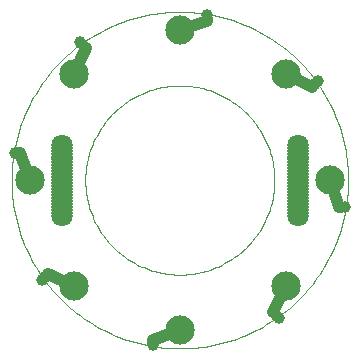
<source format=gtl>
G75*
%MOIN*%
%OFA0B0*%
%FSLAX25Y25*%
%IPPOS*%
%LPD*%
%AMOC8*
5,1,8,0,0,1.08239X$1,22.5*
%
%ADD10C,0.00039*%
%ADD11C,0.07087*%
%ADD12C,0.09744*%
%ADD13C,0.03962*%
%ADD14C,0.04000*%
D10*
X0018337Y0048357D02*
X0018337Y0071979D01*
X0018339Y0072077D01*
X0018345Y0072175D01*
X0018354Y0072272D01*
X0018368Y0072369D01*
X0018385Y0072465D01*
X0018407Y0072561D01*
X0018432Y0072655D01*
X0018460Y0072749D01*
X0018493Y0072841D01*
X0018529Y0072932D01*
X0018569Y0073022D01*
X0018612Y0073109D01*
X0018659Y0073195D01*
X0018709Y0073279D01*
X0018762Y0073361D01*
X0018819Y0073441D01*
X0018878Y0073519D01*
X0018941Y0073594D01*
X0019007Y0073667D01*
X0019075Y0073736D01*
X0019146Y0073804D01*
X0019220Y0073868D01*
X0019297Y0073929D01*
X0019375Y0073987D01*
X0019456Y0074042D01*
X0019539Y0074094D01*
X0019624Y0074142D01*
X0019711Y0074187D01*
X0019800Y0074229D01*
X0019890Y0074266D01*
X0019982Y0074301D01*
X0020075Y0074331D01*
X0020169Y0074358D01*
X0020264Y0074381D01*
X0020360Y0074401D01*
X0020457Y0074416D01*
X0020554Y0074428D01*
X0020651Y0074436D01*
X0020749Y0074440D01*
X0020847Y0074440D01*
X0020945Y0074436D01*
X0021042Y0074428D01*
X0021139Y0074416D01*
X0021236Y0074401D01*
X0021332Y0074381D01*
X0021427Y0074358D01*
X0021521Y0074331D01*
X0021614Y0074301D01*
X0021706Y0074266D01*
X0021796Y0074229D01*
X0021885Y0074187D01*
X0021972Y0074142D01*
X0022057Y0074094D01*
X0022140Y0074042D01*
X0022221Y0073987D01*
X0022299Y0073929D01*
X0022376Y0073868D01*
X0022450Y0073804D01*
X0022521Y0073736D01*
X0022589Y0073667D01*
X0022655Y0073594D01*
X0022718Y0073519D01*
X0022777Y0073441D01*
X0022834Y0073361D01*
X0022887Y0073279D01*
X0022937Y0073195D01*
X0022984Y0073109D01*
X0023027Y0073022D01*
X0023067Y0072932D01*
X0023103Y0072841D01*
X0023136Y0072749D01*
X0023164Y0072655D01*
X0023189Y0072561D01*
X0023211Y0072465D01*
X0023228Y0072369D01*
X0023242Y0072272D01*
X0023251Y0072175D01*
X0023257Y0072077D01*
X0023259Y0071979D01*
X0023259Y0048357D01*
X0023257Y0048259D01*
X0023251Y0048161D01*
X0023242Y0048064D01*
X0023228Y0047967D01*
X0023211Y0047871D01*
X0023189Y0047775D01*
X0023164Y0047681D01*
X0023136Y0047587D01*
X0023103Y0047495D01*
X0023067Y0047404D01*
X0023027Y0047314D01*
X0022984Y0047227D01*
X0022937Y0047141D01*
X0022887Y0047057D01*
X0022834Y0046975D01*
X0022777Y0046895D01*
X0022718Y0046817D01*
X0022655Y0046742D01*
X0022589Y0046669D01*
X0022521Y0046600D01*
X0022450Y0046532D01*
X0022376Y0046468D01*
X0022299Y0046407D01*
X0022221Y0046349D01*
X0022140Y0046294D01*
X0022057Y0046242D01*
X0021972Y0046194D01*
X0021885Y0046149D01*
X0021796Y0046107D01*
X0021706Y0046070D01*
X0021614Y0046035D01*
X0021521Y0046005D01*
X0021427Y0045978D01*
X0021332Y0045955D01*
X0021236Y0045935D01*
X0021139Y0045920D01*
X0021042Y0045908D01*
X0020945Y0045900D01*
X0020847Y0045896D01*
X0020749Y0045896D01*
X0020651Y0045900D01*
X0020554Y0045908D01*
X0020457Y0045920D01*
X0020360Y0045935D01*
X0020264Y0045955D01*
X0020169Y0045978D01*
X0020075Y0046005D01*
X0019982Y0046035D01*
X0019890Y0046070D01*
X0019800Y0046107D01*
X0019711Y0046149D01*
X0019624Y0046194D01*
X0019539Y0046242D01*
X0019456Y0046294D01*
X0019375Y0046349D01*
X0019297Y0046407D01*
X0019220Y0046468D01*
X0019146Y0046532D01*
X0019075Y0046600D01*
X0019007Y0046669D01*
X0018941Y0046742D01*
X0018878Y0046817D01*
X0018819Y0046895D01*
X0018762Y0046975D01*
X0018709Y0047057D01*
X0018659Y0047141D01*
X0018612Y0047227D01*
X0018569Y0047314D01*
X0018529Y0047404D01*
X0018493Y0047495D01*
X0018460Y0047587D01*
X0018432Y0047681D01*
X0018407Y0047775D01*
X0018385Y0047871D01*
X0018368Y0047967D01*
X0018354Y0048064D01*
X0018345Y0048161D01*
X0018339Y0048259D01*
X0018337Y0048357D01*
X0028672Y0060168D02*
X0028681Y0060941D01*
X0028710Y0061713D01*
X0028757Y0062485D01*
X0028824Y0063255D01*
X0028909Y0064023D01*
X0029013Y0064789D01*
X0029136Y0065553D01*
X0029277Y0066313D01*
X0029437Y0067069D01*
X0029616Y0067821D01*
X0029813Y0068568D01*
X0030028Y0069311D01*
X0030262Y0070048D01*
X0030513Y0070779D01*
X0030782Y0071503D01*
X0031069Y0072221D01*
X0031374Y0072931D01*
X0031696Y0073634D01*
X0032035Y0074329D01*
X0032391Y0075015D01*
X0032764Y0075692D01*
X0033153Y0076360D01*
X0033558Y0077018D01*
X0033980Y0077666D01*
X0034417Y0078304D01*
X0034870Y0078930D01*
X0035338Y0079545D01*
X0035821Y0080149D01*
X0036319Y0080740D01*
X0036831Y0081319D01*
X0037357Y0081886D01*
X0037897Y0082439D01*
X0038450Y0082979D01*
X0039017Y0083505D01*
X0039596Y0084017D01*
X0040187Y0084515D01*
X0040791Y0084998D01*
X0041406Y0085466D01*
X0042032Y0085919D01*
X0042670Y0086356D01*
X0043318Y0086778D01*
X0043976Y0087183D01*
X0044644Y0087572D01*
X0045321Y0087945D01*
X0046007Y0088301D01*
X0046702Y0088640D01*
X0047405Y0088962D01*
X0048115Y0089267D01*
X0048833Y0089554D01*
X0049557Y0089823D01*
X0050288Y0090074D01*
X0051025Y0090308D01*
X0051768Y0090523D01*
X0052515Y0090720D01*
X0053267Y0090899D01*
X0054023Y0091059D01*
X0054783Y0091200D01*
X0055547Y0091323D01*
X0056313Y0091427D01*
X0057081Y0091512D01*
X0057851Y0091579D01*
X0058623Y0091626D01*
X0059395Y0091655D01*
X0060168Y0091664D01*
X0060941Y0091655D01*
X0061713Y0091626D01*
X0062485Y0091579D01*
X0063255Y0091512D01*
X0064023Y0091427D01*
X0064789Y0091323D01*
X0065553Y0091200D01*
X0066313Y0091059D01*
X0067069Y0090899D01*
X0067821Y0090720D01*
X0068568Y0090523D01*
X0069311Y0090308D01*
X0070048Y0090074D01*
X0070779Y0089823D01*
X0071503Y0089554D01*
X0072221Y0089267D01*
X0072931Y0088962D01*
X0073634Y0088640D01*
X0074329Y0088301D01*
X0075015Y0087945D01*
X0075692Y0087572D01*
X0076360Y0087183D01*
X0077018Y0086778D01*
X0077666Y0086356D01*
X0078304Y0085919D01*
X0078930Y0085466D01*
X0079545Y0084998D01*
X0080149Y0084515D01*
X0080740Y0084017D01*
X0081319Y0083505D01*
X0081886Y0082979D01*
X0082439Y0082439D01*
X0082979Y0081886D01*
X0083505Y0081319D01*
X0084017Y0080740D01*
X0084515Y0080149D01*
X0084998Y0079545D01*
X0085466Y0078930D01*
X0085919Y0078304D01*
X0086356Y0077666D01*
X0086778Y0077018D01*
X0087183Y0076360D01*
X0087572Y0075692D01*
X0087945Y0075015D01*
X0088301Y0074329D01*
X0088640Y0073634D01*
X0088962Y0072931D01*
X0089267Y0072221D01*
X0089554Y0071503D01*
X0089823Y0070779D01*
X0090074Y0070048D01*
X0090308Y0069311D01*
X0090523Y0068568D01*
X0090720Y0067821D01*
X0090899Y0067069D01*
X0091059Y0066313D01*
X0091200Y0065553D01*
X0091323Y0064789D01*
X0091427Y0064023D01*
X0091512Y0063255D01*
X0091579Y0062485D01*
X0091626Y0061713D01*
X0091655Y0060941D01*
X0091664Y0060168D01*
X0091655Y0059395D01*
X0091626Y0058623D01*
X0091579Y0057851D01*
X0091512Y0057081D01*
X0091427Y0056313D01*
X0091323Y0055547D01*
X0091200Y0054783D01*
X0091059Y0054023D01*
X0090899Y0053267D01*
X0090720Y0052515D01*
X0090523Y0051768D01*
X0090308Y0051025D01*
X0090074Y0050288D01*
X0089823Y0049557D01*
X0089554Y0048833D01*
X0089267Y0048115D01*
X0088962Y0047405D01*
X0088640Y0046702D01*
X0088301Y0046007D01*
X0087945Y0045321D01*
X0087572Y0044644D01*
X0087183Y0043976D01*
X0086778Y0043318D01*
X0086356Y0042670D01*
X0085919Y0042032D01*
X0085466Y0041406D01*
X0084998Y0040791D01*
X0084515Y0040187D01*
X0084017Y0039596D01*
X0083505Y0039017D01*
X0082979Y0038450D01*
X0082439Y0037897D01*
X0081886Y0037357D01*
X0081319Y0036831D01*
X0080740Y0036319D01*
X0080149Y0035821D01*
X0079545Y0035338D01*
X0078930Y0034870D01*
X0078304Y0034417D01*
X0077666Y0033980D01*
X0077018Y0033558D01*
X0076360Y0033153D01*
X0075692Y0032764D01*
X0075015Y0032391D01*
X0074329Y0032035D01*
X0073634Y0031696D01*
X0072931Y0031374D01*
X0072221Y0031069D01*
X0071503Y0030782D01*
X0070779Y0030513D01*
X0070048Y0030262D01*
X0069311Y0030028D01*
X0068568Y0029813D01*
X0067821Y0029616D01*
X0067069Y0029437D01*
X0066313Y0029277D01*
X0065553Y0029136D01*
X0064789Y0029013D01*
X0064023Y0028909D01*
X0063255Y0028824D01*
X0062485Y0028757D01*
X0061713Y0028710D01*
X0060941Y0028681D01*
X0060168Y0028672D01*
X0059395Y0028681D01*
X0058623Y0028710D01*
X0057851Y0028757D01*
X0057081Y0028824D01*
X0056313Y0028909D01*
X0055547Y0029013D01*
X0054783Y0029136D01*
X0054023Y0029277D01*
X0053267Y0029437D01*
X0052515Y0029616D01*
X0051768Y0029813D01*
X0051025Y0030028D01*
X0050288Y0030262D01*
X0049557Y0030513D01*
X0048833Y0030782D01*
X0048115Y0031069D01*
X0047405Y0031374D01*
X0046702Y0031696D01*
X0046007Y0032035D01*
X0045321Y0032391D01*
X0044644Y0032764D01*
X0043976Y0033153D01*
X0043318Y0033558D01*
X0042670Y0033980D01*
X0042032Y0034417D01*
X0041406Y0034870D01*
X0040791Y0035338D01*
X0040187Y0035821D01*
X0039596Y0036319D01*
X0039017Y0036831D01*
X0038450Y0037357D01*
X0037897Y0037897D01*
X0037357Y0038450D01*
X0036831Y0039017D01*
X0036319Y0039596D01*
X0035821Y0040187D01*
X0035338Y0040791D01*
X0034870Y0041406D01*
X0034417Y0042032D01*
X0033980Y0042670D01*
X0033558Y0043318D01*
X0033153Y0043976D01*
X0032764Y0044644D01*
X0032391Y0045321D01*
X0032035Y0046007D01*
X0031696Y0046702D01*
X0031374Y0047405D01*
X0031069Y0048115D01*
X0030782Y0048833D01*
X0030513Y0049557D01*
X0030262Y0050288D01*
X0030028Y0051025D01*
X0029813Y0051768D01*
X0029616Y0052515D01*
X0029437Y0053267D01*
X0029277Y0054023D01*
X0029136Y0054783D01*
X0029013Y0055547D01*
X0028909Y0056313D01*
X0028824Y0057081D01*
X0028757Y0057851D01*
X0028710Y0058623D01*
X0028681Y0059395D01*
X0028672Y0060168D01*
X0004066Y0060168D02*
X0004083Y0061545D01*
X0004134Y0062921D01*
X0004218Y0064295D01*
X0004336Y0065667D01*
X0004488Y0067035D01*
X0004673Y0068400D01*
X0004892Y0069759D01*
X0005144Y0071113D01*
X0005429Y0072460D01*
X0005747Y0073800D01*
X0006098Y0075131D01*
X0006482Y0076454D01*
X0006898Y0077766D01*
X0007345Y0079068D01*
X0007825Y0080359D01*
X0008337Y0081637D01*
X0008879Y0082903D01*
X0009452Y0084155D01*
X0010056Y0085392D01*
X0010690Y0086614D01*
X0011354Y0087821D01*
X0012048Y0089010D01*
X0012770Y0090182D01*
X0013521Y0091337D01*
X0014300Y0092472D01*
X0015106Y0093588D01*
X0015940Y0094684D01*
X0016801Y0095759D01*
X0017687Y0096812D01*
X0018599Y0097844D01*
X0019536Y0098853D01*
X0020498Y0099838D01*
X0021483Y0100800D01*
X0022492Y0101737D01*
X0023524Y0102649D01*
X0024577Y0103535D01*
X0025652Y0104396D01*
X0026748Y0105230D01*
X0027864Y0106036D01*
X0028999Y0106815D01*
X0030154Y0107566D01*
X0031326Y0108288D01*
X0032515Y0108982D01*
X0033722Y0109646D01*
X0034944Y0110280D01*
X0036181Y0110884D01*
X0037433Y0111457D01*
X0038699Y0111999D01*
X0039977Y0112511D01*
X0041268Y0112991D01*
X0042570Y0113438D01*
X0043882Y0113854D01*
X0045205Y0114238D01*
X0046536Y0114589D01*
X0047876Y0114907D01*
X0049223Y0115192D01*
X0050577Y0115444D01*
X0051936Y0115663D01*
X0053301Y0115848D01*
X0054669Y0116000D01*
X0056041Y0116118D01*
X0057415Y0116202D01*
X0058791Y0116253D01*
X0060168Y0116270D01*
X0061545Y0116253D01*
X0062921Y0116202D01*
X0064295Y0116118D01*
X0065667Y0116000D01*
X0067035Y0115848D01*
X0068400Y0115663D01*
X0069759Y0115444D01*
X0071113Y0115192D01*
X0072460Y0114907D01*
X0073800Y0114589D01*
X0075131Y0114238D01*
X0076454Y0113854D01*
X0077766Y0113438D01*
X0079068Y0112991D01*
X0080359Y0112511D01*
X0081637Y0111999D01*
X0082903Y0111457D01*
X0084155Y0110884D01*
X0085392Y0110280D01*
X0086614Y0109646D01*
X0087821Y0108982D01*
X0089010Y0108288D01*
X0090182Y0107566D01*
X0091337Y0106815D01*
X0092472Y0106036D01*
X0093588Y0105230D01*
X0094684Y0104396D01*
X0095759Y0103535D01*
X0096812Y0102649D01*
X0097844Y0101737D01*
X0098853Y0100800D01*
X0099838Y0099838D01*
X0100800Y0098853D01*
X0101737Y0097844D01*
X0102649Y0096812D01*
X0103535Y0095759D01*
X0104396Y0094684D01*
X0105230Y0093588D01*
X0106036Y0092472D01*
X0106815Y0091337D01*
X0107566Y0090182D01*
X0108288Y0089010D01*
X0108982Y0087821D01*
X0109646Y0086614D01*
X0110280Y0085392D01*
X0110884Y0084155D01*
X0111457Y0082903D01*
X0111999Y0081637D01*
X0112511Y0080359D01*
X0112991Y0079068D01*
X0113438Y0077766D01*
X0113854Y0076454D01*
X0114238Y0075131D01*
X0114589Y0073800D01*
X0114907Y0072460D01*
X0115192Y0071113D01*
X0115444Y0069759D01*
X0115663Y0068400D01*
X0115848Y0067035D01*
X0116000Y0065667D01*
X0116118Y0064295D01*
X0116202Y0062921D01*
X0116253Y0061545D01*
X0116270Y0060168D01*
X0116253Y0058791D01*
X0116202Y0057415D01*
X0116118Y0056041D01*
X0116000Y0054669D01*
X0115848Y0053301D01*
X0115663Y0051936D01*
X0115444Y0050577D01*
X0115192Y0049223D01*
X0114907Y0047876D01*
X0114589Y0046536D01*
X0114238Y0045205D01*
X0113854Y0043882D01*
X0113438Y0042570D01*
X0112991Y0041268D01*
X0112511Y0039977D01*
X0111999Y0038699D01*
X0111457Y0037433D01*
X0110884Y0036181D01*
X0110280Y0034944D01*
X0109646Y0033722D01*
X0108982Y0032515D01*
X0108288Y0031326D01*
X0107566Y0030154D01*
X0106815Y0028999D01*
X0106036Y0027864D01*
X0105230Y0026748D01*
X0104396Y0025652D01*
X0103535Y0024577D01*
X0102649Y0023524D01*
X0101737Y0022492D01*
X0100800Y0021483D01*
X0099838Y0020498D01*
X0098853Y0019536D01*
X0097844Y0018599D01*
X0096812Y0017687D01*
X0095759Y0016801D01*
X0094684Y0015940D01*
X0093588Y0015106D01*
X0092472Y0014300D01*
X0091337Y0013521D01*
X0090182Y0012770D01*
X0089010Y0012048D01*
X0087821Y0011354D01*
X0086614Y0010690D01*
X0085392Y0010056D01*
X0084155Y0009452D01*
X0082903Y0008879D01*
X0081637Y0008337D01*
X0080359Y0007825D01*
X0079068Y0007345D01*
X0077766Y0006898D01*
X0076454Y0006482D01*
X0075131Y0006098D01*
X0073800Y0005747D01*
X0072460Y0005429D01*
X0071113Y0005144D01*
X0069759Y0004892D01*
X0068400Y0004673D01*
X0067035Y0004488D01*
X0065667Y0004336D01*
X0064295Y0004218D01*
X0062921Y0004134D01*
X0061545Y0004083D01*
X0060168Y0004066D01*
X0058791Y0004083D01*
X0057415Y0004134D01*
X0056041Y0004218D01*
X0054669Y0004336D01*
X0053301Y0004488D01*
X0051936Y0004673D01*
X0050577Y0004892D01*
X0049223Y0005144D01*
X0047876Y0005429D01*
X0046536Y0005747D01*
X0045205Y0006098D01*
X0043882Y0006482D01*
X0042570Y0006898D01*
X0041268Y0007345D01*
X0039977Y0007825D01*
X0038699Y0008337D01*
X0037433Y0008879D01*
X0036181Y0009452D01*
X0034944Y0010056D01*
X0033722Y0010690D01*
X0032515Y0011354D01*
X0031326Y0012048D01*
X0030154Y0012770D01*
X0028999Y0013521D01*
X0027864Y0014300D01*
X0026748Y0015106D01*
X0025652Y0015940D01*
X0024577Y0016801D01*
X0023524Y0017687D01*
X0022492Y0018599D01*
X0021483Y0019536D01*
X0020498Y0020498D01*
X0019536Y0021483D01*
X0018599Y0022492D01*
X0017687Y0023524D01*
X0016801Y0024577D01*
X0015940Y0025652D01*
X0015106Y0026748D01*
X0014300Y0027864D01*
X0013521Y0028999D01*
X0012770Y0030154D01*
X0012048Y0031326D01*
X0011354Y0032515D01*
X0010690Y0033722D01*
X0010056Y0034944D01*
X0009452Y0036181D01*
X0008879Y0037433D01*
X0008337Y0038699D01*
X0007825Y0039977D01*
X0007345Y0041268D01*
X0006898Y0042570D01*
X0006482Y0043882D01*
X0006098Y0045205D01*
X0005747Y0046536D01*
X0005429Y0047876D01*
X0005144Y0049223D01*
X0004892Y0050577D01*
X0004673Y0051936D01*
X0004488Y0053301D01*
X0004336Y0054669D01*
X0004218Y0056041D01*
X0004134Y0057415D01*
X0004083Y0058791D01*
X0004066Y0060168D01*
X0097078Y0071979D02*
X0097078Y0048357D01*
X0097077Y0048357D02*
X0097079Y0048259D01*
X0097085Y0048161D01*
X0097094Y0048064D01*
X0097108Y0047967D01*
X0097125Y0047871D01*
X0097147Y0047775D01*
X0097172Y0047681D01*
X0097200Y0047587D01*
X0097233Y0047495D01*
X0097269Y0047404D01*
X0097309Y0047314D01*
X0097352Y0047227D01*
X0097399Y0047141D01*
X0097449Y0047057D01*
X0097502Y0046975D01*
X0097559Y0046895D01*
X0097618Y0046817D01*
X0097681Y0046742D01*
X0097747Y0046669D01*
X0097815Y0046600D01*
X0097886Y0046532D01*
X0097960Y0046468D01*
X0098037Y0046407D01*
X0098115Y0046349D01*
X0098196Y0046294D01*
X0098279Y0046242D01*
X0098364Y0046194D01*
X0098451Y0046149D01*
X0098540Y0046107D01*
X0098630Y0046070D01*
X0098722Y0046035D01*
X0098815Y0046005D01*
X0098909Y0045978D01*
X0099004Y0045955D01*
X0099100Y0045935D01*
X0099197Y0045920D01*
X0099294Y0045908D01*
X0099391Y0045900D01*
X0099489Y0045896D01*
X0099587Y0045896D01*
X0099685Y0045900D01*
X0099782Y0045908D01*
X0099879Y0045920D01*
X0099976Y0045935D01*
X0100072Y0045955D01*
X0100167Y0045978D01*
X0100261Y0046005D01*
X0100354Y0046035D01*
X0100446Y0046070D01*
X0100536Y0046107D01*
X0100625Y0046149D01*
X0100712Y0046194D01*
X0100797Y0046242D01*
X0100880Y0046294D01*
X0100961Y0046349D01*
X0101039Y0046407D01*
X0101116Y0046468D01*
X0101190Y0046532D01*
X0101261Y0046600D01*
X0101329Y0046669D01*
X0101395Y0046742D01*
X0101458Y0046817D01*
X0101517Y0046895D01*
X0101574Y0046975D01*
X0101627Y0047057D01*
X0101677Y0047141D01*
X0101724Y0047227D01*
X0101767Y0047314D01*
X0101807Y0047404D01*
X0101843Y0047495D01*
X0101876Y0047587D01*
X0101904Y0047681D01*
X0101929Y0047775D01*
X0101951Y0047871D01*
X0101968Y0047967D01*
X0101982Y0048064D01*
X0101991Y0048161D01*
X0101997Y0048259D01*
X0101999Y0048357D01*
X0101999Y0071979D01*
X0101997Y0072077D01*
X0101991Y0072175D01*
X0101982Y0072272D01*
X0101968Y0072369D01*
X0101951Y0072465D01*
X0101929Y0072561D01*
X0101904Y0072655D01*
X0101876Y0072749D01*
X0101843Y0072841D01*
X0101807Y0072932D01*
X0101767Y0073022D01*
X0101724Y0073109D01*
X0101677Y0073195D01*
X0101627Y0073279D01*
X0101574Y0073361D01*
X0101517Y0073441D01*
X0101458Y0073519D01*
X0101395Y0073594D01*
X0101329Y0073667D01*
X0101261Y0073736D01*
X0101190Y0073804D01*
X0101116Y0073868D01*
X0101039Y0073929D01*
X0100961Y0073987D01*
X0100880Y0074042D01*
X0100797Y0074094D01*
X0100712Y0074142D01*
X0100625Y0074187D01*
X0100536Y0074229D01*
X0100446Y0074266D01*
X0100354Y0074301D01*
X0100261Y0074331D01*
X0100167Y0074358D01*
X0100072Y0074381D01*
X0099976Y0074401D01*
X0099879Y0074416D01*
X0099782Y0074428D01*
X0099685Y0074436D01*
X0099587Y0074440D01*
X0099489Y0074440D01*
X0099391Y0074436D01*
X0099294Y0074428D01*
X0099197Y0074416D01*
X0099100Y0074401D01*
X0099004Y0074381D01*
X0098909Y0074358D01*
X0098815Y0074331D01*
X0098722Y0074301D01*
X0098630Y0074266D01*
X0098540Y0074229D01*
X0098451Y0074187D01*
X0098364Y0074142D01*
X0098279Y0074094D01*
X0098196Y0074042D01*
X0098115Y0073987D01*
X0098037Y0073929D01*
X0097960Y0073868D01*
X0097886Y0073804D01*
X0097815Y0073736D01*
X0097747Y0073667D01*
X0097681Y0073594D01*
X0097618Y0073519D01*
X0097559Y0073441D01*
X0097502Y0073361D01*
X0097449Y0073279D01*
X0097399Y0073195D01*
X0097352Y0073109D01*
X0097309Y0073022D01*
X0097269Y0072932D01*
X0097233Y0072841D01*
X0097200Y0072749D01*
X0097172Y0072655D01*
X0097147Y0072561D01*
X0097125Y0072465D01*
X0097108Y0072369D01*
X0097094Y0072272D01*
X0097085Y0072175D01*
X0097079Y0072077D01*
X0097077Y0071979D01*
D11*
X0099538Y0071979D03*
X0099538Y0070995D03*
X0099538Y0070011D03*
X0099538Y0069026D03*
X0099538Y0068042D03*
X0099538Y0067058D03*
X0099538Y0066074D03*
X0099538Y0065089D03*
X0099538Y0064105D03*
X0099538Y0063121D03*
X0099538Y0062137D03*
X0099538Y0061152D03*
X0099538Y0060168D03*
X0099538Y0059184D03*
X0099538Y0058200D03*
X0099538Y0057215D03*
X0099538Y0056231D03*
X0099538Y0055247D03*
X0099538Y0054263D03*
X0099538Y0053278D03*
X0099538Y0052294D03*
X0099538Y0051310D03*
X0099538Y0050326D03*
X0099538Y0049341D03*
X0099538Y0048357D03*
X0020798Y0048357D03*
X0020798Y0049341D03*
X0020798Y0050326D03*
X0020798Y0051310D03*
X0020798Y0052294D03*
X0020798Y0053278D03*
X0020798Y0054263D03*
X0020798Y0055247D03*
X0020798Y0056231D03*
X0020798Y0057215D03*
X0020798Y0058200D03*
X0020798Y0059184D03*
X0020798Y0060168D03*
X0020798Y0061152D03*
X0020798Y0062137D03*
X0020798Y0063121D03*
X0020798Y0064105D03*
X0020798Y0065089D03*
X0020798Y0066074D03*
X0020798Y0067058D03*
X0020798Y0068042D03*
X0020798Y0069026D03*
X0020798Y0070011D03*
X0020798Y0070995D03*
X0020798Y0071979D03*
D12*
X0010168Y0060168D03*
X0024814Y0095522D03*
X0060168Y0110168D03*
X0095522Y0095522D03*
X0110168Y0060168D03*
X0095522Y0024814D03*
X0060168Y0010168D03*
X0024814Y0024814D03*
D13*
X0016183Y0028989D03*
X0015198Y0028004D03*
X0014214Y0027020D03*
X0051113Y0007019D03*
X0051113Y0006034D03*
X0051113Y0005050D03*
X0091348Y0016183D03*
X0092332Y0015198D03*
X0093316Y0014214D03*
X0113318Y0051113D03*
X0114302Y0051113D03*
X0115286Y0051113D03*
X0104153Y0091348D03*
X0105138Y0092332D03*
X0106122Y0093316D03*
X0069223Y0113318D03*
X0069223Y0114302D03*
X0069223Y0115286D03*
X0028989Y0104153D03*
X0028004Y0105138D03*
X0027020Y0106122D03*
X0007019Y0069223D03*
X0006034Y0069223D03*
X0005050Y0069223D03*
D14*
X0016183Y0028989D02*
X0024814Y0024814D01*
X0051113Y0007019D02*
X0060168Y0010168D01*
X0091348Y0016183D02*
X0095522Y0024814D01*
X0113318Y0051113D02*
X0110168Y0060168D01*
X0104153Y0091348D02*
X0095522Y0095522D01*
X0069223Y0113318D02*
X0060168Y0110168D01*
X0028989Y0104153D02*
X0024814Y0095522D01*
X0007019Y0069223D02*
X0010168Y0060168D01*
M02*

</source>
